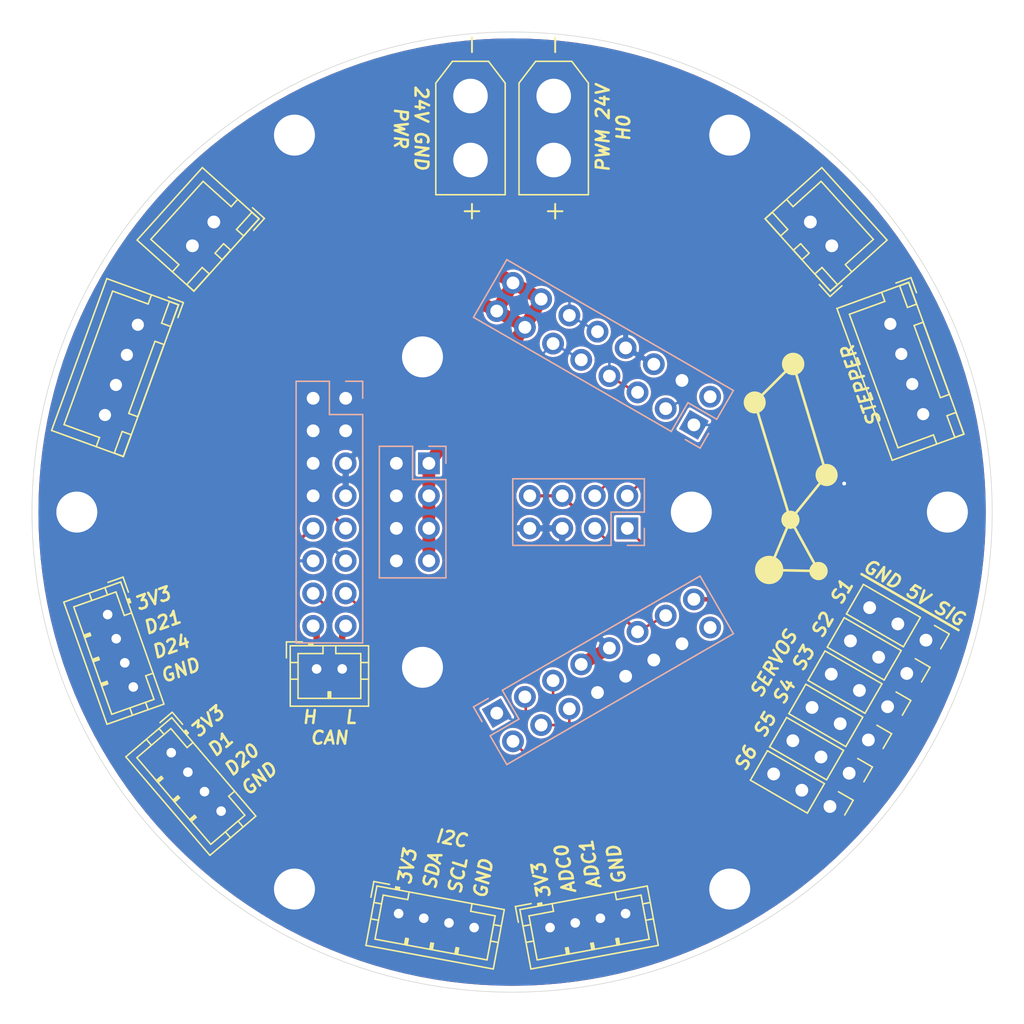
<source format=kicad_pcb>
(kicad_pcb (version 20240108) (generator "pcbnew") (generator_version "8.0")
  (layers (0 "F.Cu" signal) (31 "B.Cu" signal) (34 "B.Paste" user) (35 "F.Paste" user) (36 "B.SilkS" user "B.Silkscreen") (37 "F.SilkS" user "F.Silkscreen") (38 "B.Mask" user) (39 "F.Mask" user) (44 "Edge.Cuts" user))
  (net 0 "")
  (net 1 "GND")
  (net 2 "+5V")
  (net 3 "SCL")
  (net 4 "D24")
  (net 5 "D21")
  (net 6 "SDA")
  (net 7 "CAN_H")
  (net 8 "D1")
  (net 9 "D20")
  (net 10 "CAN_L")
  (net 11 "+24V")
  (net 12 "24V_PWM1")
  (net 13 "24V_PWM2")
  (net 14 "24V_PWM3")
  (net 15 "SERVO2")
  (net 16 "SERVO1")
  (net 17 "24V_PWM0")
  (net 18 "SERVO4")
  (net 19 "THERM1")
  (net 20 "+3.3V")
  (net 21 "SERVO6")
  (net 22 "THERM0")
  (net 23 "ADC0")
  (net 24 "SERVO5")
  (net 25 "SERVO3")
  (net 26 "ADC1")
  (net 27 "OA2")
  (net 28 "OA1")
  (net 29 "OB1")
  (net 30 "OB2")
  (footprint "MountingHole:MountingHole_3.2mm_M3_DIN965_Pad" (layer "F.Cu") (at 68 87.124356 -120)
    (property "Reference" "H4" (hide yes))
    (property "Value" "MountingHole")
    (pad "1" thru_hole circle (at 0 0 240) (size 5.6 5.6) (drill 3.2) (layers "*.Cu" "*.Mask") (net 1 "GND"))
  )
  (footprint "MountingHole:MountingHole_3.2mm_M3_DIN965_Pad" (layer "F.Cu") (at 68 62.875644 120)
    (property "Reference" "H3" (hide yes))
    (property "Value" "MountingHole")
    (pad "1" thru_hole circle (at 0 0 120) (size 5.6 5.6) (drill 3.2) (layers "*.Cu" "*.Mask") (net 1 "GND"))
  )
  (footprint "Connector_JST:JST_PH_B2B-PH-K_1x02_P2.00mm_Vertical" (layer "F.Cu") (at 59.73 87.25)
    (property "Reference" "J13" (hide yes))
    (property "Value" "Conn_01x02")
    (pad "1" thru_hole roundrect (at 0 0) (size 1.2 1.75) (drill 0.75) (layers "*.Cu" "*.Mask") (roundrect_rratio 0.208333) (net 7 "CAN_H"))
    (pad "2" thru_hole oval (at 2 0) (size 1.2 1.75) (drill 0.75) (layers "*.Cu" "*.Mask") (net 10 "CAN_L"))
  )
  (footprint "MountingHole:MountingHole_3.2mm_M3_DIN965_Pad" (layer "F.Cu") (at 92 45.555136 -120)
    (property "Reference" "H8" (hide yes))
    (property "Value" "MountingHole")
    (pad "1" thru_hole circle (at 0 0 240) (size 5.6 5.6) (drill 3.2) (layers "*.Cu" "*.Mask") (net 1 "GND"))
  )
  (footprint "Connector_JST:JST_PH_B4B-PH-K_1x04_P2.00mm_Vertical" (layer "F.Cu") (at 48.376436 93.793398 -49.499)
    (property "Reference" "J19" (hide yes))
    (property "Value" "Conn_01x04")
    (pad "1" thru_hole roundrect (at 0 0 310.501) (size 1.2 1.75) (drill 0.75) (layers "*.Cu" "*.Mask") (roundrect_rratio 0.208333) (net 20 "+3.3V"))
    (pad "2" thru_hole oval (at 2 0 310.501) (size 1.2 1.75) (drill 0.75) (layers "*.Cu" "*.Mask") (net 8 "D1"))
    (pad "3" thru_hole oval (at 3.999999 0.000001 310.501) (size 1.2 1.75) (drill 0.75) (layers "*.Cu" "*.Mask") (net 9 "D20"))
    (pad "4" thru_hole oval (at 5.999999 0 310.501) (size 1.2 1.75) (drill 0.75) (layers "*.Cu" "*.Mask") (net 1 "GND"))
  )
  (footprint "Connector_JST:JST_XH_B2B-XH-A_1x02_P2.50mm_Vertical" (layer "F.Cu") (at 51.702786 52.341053 -132)
    (property "Reference" "J18" (hide yes))
    (property "Value" "Conn_01x02")
    (pad "1" thru_hole roundrect (at 0 0 228) (size 1.7 2) (drill 1) (layers "*.Cu" "*.Mask") (roundrect_rratio 0.147059) (net 19 "THERM1"))
    (pad "2" thru_hole oval (at 2.5 0 228) (size 1.7 2) (drill 1) (layers "*.Cu" "*.Mask") (net 1 "GND"))
  )
  (footprint "Connector_AMASS:AMASS_XT30U-F_1x02_P5.0mm_Vertical" (layer "F.Cu") (at 71.75 42.500001 -90)
    (property "Reference" "J15" (hide yes))
    (property "Value" "Conn_01x02")
    (fp_text user "+" (at 9 0 90) (layer "F.SilkS") (effects (font (size 1.5 1.5))))
    (fp_text user "-" (at -4 0.000001 90) (layer "F.SilkS") (effects (font (size 1.5 1.5))))
    (pad "1" thru_hole rect (at 0 0 270) (size 3.8 3.8) (drill 2.7) (layers "*.Cu" "*.Mask") (net 11 "+24V"))
    (pad "2" thru_hole circle (at 5 0 270) (size 4 4) (drill 2.7) (layers "*.Cu" "*.Mask") (net 1 "GND"))
  )
  (footprint "Connector_JST:JST_XH_B4B-XH-A_1x04_P2.50mm_Vertical" (layer "F.Cu") (at 104.54495 60.300769 -70)
    (property "Reference" "J6" (hide yes))
    (property "Value" "Conn_01x04")
    (pad "1" thru_hole roundrect (at 0 0 290) (size 1.7 1.95) (drill 0.95) (layers "*.Cu" "*.Mask") (roundrect_rratio 0.147059) (net 28 "OA1"))
    (pad "2" thru_hole oval (at 2.499999 0 290) (size 1.7 1.95) (drill 0.95) (layers "*.Cu" "*.Mask") (net 27 "OA2"))
    (pad "3" thru_hole oval (at 5 0 290) (size 1.7 1.95) (drill 0.95) (layers "*.Cu" "*.Mask") (net 29 "OB1"))
    (pad "4" thru_hole oval (at 7.499999 0 290) (size 1.7 1.95) (drill 0.95) (layers "*.Cu" "*.Mask") (net 30 "OB2"))
  )
  (footprint "Connector_PinHeader_2.54mm:PinHeader_1x03_P2.54mm_Vertical" (layer "F.Cu") (at 101.328839 95.397113 -120)
    (property "Reference" "J11" (hide yes))
    (property "Value" "Conn_01x03")
    (pad "1" thru_hole rect (at 0 0 240) (size 1.7 1.7) (drill 1) (layers "*.Cu" "*.Mask") (net 24 "SERVO5"))
    (pad "2" thru_hole oval (at 0 2.54 240) (size 1.7 1.7) (drill 1) (layers "*.Cu" "*.Mask") (net 2 "+5V"))
    (pad "3" thru_hole oval (at 0 5.08 240) (size 1.7 1.7) (drill 1) (layers "*.Cu" "*.Mask") (net 1 "GND"))
  )
  (footprint "MountingHole:MountingHole_3.2mm_M3_DIN965_Pad" (layer "F.Cu") (at 58 45.555136 -60)
    (property "Reference" "H9" (hide yes))
    (property "Value" "MountingHole")
    (pad "1" thru_hole circle (at 0 0 300) (size 5.6 5.6) (drill 3.2) (layers "*.Cu" "*.Mask") (net 1 "GND"))
  )
  (footprint "Connector_JST:JST_PH_B4B-PH-K_1x04_P2.00mm_Vertical" (layer "F.Cu") (at 66.136693 106.359915 -10.5)
    (property "Reference" "J14" (hide yes))
    (property "Value" "Conn_01x04")
    (pad "1" thru_hole roundrect (at 0 0 349.5) (size 1.2 1.75) (drill 0.75) (layers "*.Cu" "*.Mask") (roundrect_rratio 0.208333) (net 20 "+3.3V"))
    (pad "2" thru_hole oval (at 2 0 349.5) (size 1.2 1.75) (drill 0.75) (layers "*.Cu" "*.Mask") (net 6 "SDA"))
    (pad "3" thru_hole oval (at 3.999999 0 349.5) (size 1.2 1.75) (drill 0.75) (layers "*.Cu" "*.Mask") (net 3 "SCL"))
    (pad "4" thru_hole oval (at 6 0 349.5) (size 1.2 1.75) (drill 0.75) (layers "*.Cu" "*.Mask") (net 1 "GND"))
  )
  (footprint "MountingHole:MountingHole_3.2mm_M3_DIN965_Pad" (layer "F.Cu") (at 41 75)
    (property "Reference" "H2" (hide yes))
    (property "Value" "MountingHole")
    (pad "1" thru_hole circle (at 0 0) (size 5.6 5.6) (drill 3.2) (layers "*.Cu" "*.Mask") (net 1 "GND"))
  )
  (footprint "Connector_JST:JST_XH_B2B-XH-A_1x02_P2.50mm_Vertical" (layer "F.Cu") (at 99.970042 54.198915 132)
    (property "Reference" "J17" (hide yes))
    (property "Value" "Conn_01x02")
    (pad "1" thru_hole roundrect (at 0 0 132) (size 1.7 2) (drill 1) (layers "*.Cu" "*.Mask") (roundrect_rratio 0.147059) (net 22 "THERM0"))
    (pad "2" thru_hole oval (at 2.5 0 132) (size 1.7 2) (drill 1) (layers "*.Cu" "*.Mask") (net 1 "GND"))
  )
  (footprint "MountingHole:MountingHole_3.2mm_M3_DIN965_Pad" (layer "F.Cu") (at 92 104.444864 120)
    (property "Reference" "H6" (hide yes))
    (property "Value" "MountingHole")
    (pad "1" thru_hole circle (at 0 0 120) (size 5.6 5.6) (drill 3.2) (layers "*.Cu" "*.Mask") (net 1 "GND"))
  )
  (footprint "Connector_PinHeader_2.54mm:PinHeader_1x03_P2.54mm_Vertical" (layer "F.Cu") (at 104.328838 90.200961 -120)
    (property "Reference" "J9" (hide yes))
    (property "Value" "Conn_01x03")
    (pad "1" thru_hole rect (at 0 0 240) (size 1.7 1.7) (drill 1) (layers "*.Cu" "*.Mask") (net 25 "SERVO3"))
    (pad "2" thru_hole oval (at 0 2.54 240) (size 1.7 1.7) (drill 1) (layers "*.Cu" "*.Mask") (net 2 "+5V"))
    (pad "3" thru_hole oval (at 0 5.08 240) (size 1.7 1.7) (drill 1) (layers "*.Cu" "*.Mask") (net 1 "GND"))
  )
  (footprint "Connector_JST:JST_XH_B4B-XH-A_1x04_P2.50mm_Vertical" (layer "F.Cu") (at 45.766059 60.369049 -110)
    (property "Reference" "J22" (hide yes))
    (property "Value" "Conn_01x04")
    (pad "1" thru_hole roundrect (at 0 0 250) (size 1.7 1.95) (drill 0.95) (layers "*.Cu" "*.Mask") (roundrect_rratio 0.147059) (net 11 "+24V"))
    (pad "2" thru_hole oval (at 2.5 0.000001 250) (size 1.7 1.95) (drill 0.95) (layers "*.Cu" "*.Mask") (net 12 "24V_PWM1"))
    (pad "3" thru_hole oval (at 5 -0.000001 250) (size 1.7 1.95) (drill 0.95) (layers "*.Cu" "*.Mask") (net 13 "24V_PWM2"))
    (pad "4" thru_hole oval (at 7.499999 0 250) (size 1.7 1.95) (drill 0.95) (layers "*.Cu" "*.Mask") (net 14 "24V_PWM3"))
  )
  (footprint "MountingHole:MountingHole_3.2mm_M3_DIN965_Pad" (layer "F.Cu") (at 109 75 180)
    (property "Reference" "H7" (hide yes))
    (property "Value" "MountingHole")
    (pad "1" thru_hole circle (at 0 0 180) (size 5.6 5.6) (drill 3.2) (layers "*.Cu" "*.Mask") (net 1 "GND"))
  )
  (footprint "Connector_PinHeader_2.54mm:PinHeader_1x03_P2.54mm_Vertical" (layer "F.Cu") (at 102.828838 92.799037 -120)
    (property "Reference" "J10" (hide yes))
    (property "Value" "Conn_01x03")
    (pad "1" thru_hole rect (at 0 0 240) (size 1.7 1.7) (drill 1) (layers "*.Cu" "*.Mask") (net 18 "SERVO4"))
    (pad "2" thru_hole oval (at 0 2.54 240) (size 1.7 1.7) (drill 1) (layers "*.Cu" "*.Mask") (net 2 "+5V"))
    (pad "3" thru_hole oval (at 0 5.08 240) (size 1.7 1.7) (drill 1) (layers "*.Cu" "*.Mask") (net 1 "GND"))
  )
  (footprint "Connector_JST:JST_PH_B4B-PH-K_1x04_P2.00mm_Vertical" (layer "F.Cu") (at 77.963778 107.453329 10.5)
    (property "Reference" "J16" (hide yes))
    (property "Value" "Conn_01x04")
    (pad "1" thru_hole roundrect (at 0 0 10.5) (size 1.2 1.75) (drill 0.75) (layers "*.Cu" "*.Mask") (roundrect_rratio 0.208333) (net 20 "+3.3V"))
    (pad "2" thru_hole oval (at 1.999999 0 10.5) (size 1.2 1.75) (drill 0.75) (layers "*.Cu" "*.Mask") (net 23 "ADC0"))
    (pad "3" thru_hole oval (at 4 0 10.5) (size 1.2 1.75) (drill 0.75) (layers "*.Cu" "*.Mask") (net 26 "ADC1"))
    (pad "4" thru_hole oval (at 6 0 10.5) (size 1.2 1.75) (drill 0.75) (layers "*.Cu" "*.Mask") (net 1 "GND"))
  )
  (footprint "MountingHole:MountingHole_3.2mm_M3_DIN965_Pad" (layer "F.Cu") (at 58 104.444864 60)
    (property "Reference" "H5" (hide yes))
    (property "Value" "MountingHole")
    (pad "1" thru_hole circle (at 0 0 60) (size 5.6 5.6) (drill 3.2) (layers "*.Cu" "*.Mask") (net 1 "GND"))
  )
  (footprint "MountingHole:MountingHole_3.2mm_M3_DIN965_Pad" (layer "F.Cu") (at 89 75)
    (property "Reference" "H1" (hide yes))
    (property "Value" "MountingHole")
    (pad "1" thru_hole circle (at 0 0) (size 5.6 5.6) (drill 3.2) (layers "*.Cu" "*.Mask") (net 1 "GND"))
  )
  (footprint "Connector_PinHeader_2.54mm:PinHeader_1x03_P2.54mm_Vertical" (layer "F.Cu") (at 107.328838 85.004809 -120)
    (property "Reference" "J7" (hide yes))
    (property "Value" "Conn_01x03")
    (pad "1" thru_hole rect (at 0 0 240) (size 1.7 1.7) (drill 1) (layers "*.Cu" "*.Mask") (net 16 "SERVO1"))
    (pad "2" thru_hole oval (at 0 2.54 240) (size 1.7 1.7) (drill 1) (layers "*.Cu" "*.Mask") (net 2 "+5V"))
    (pad "3" thru_hole oval (at 0 5.08 240) (size 1.7 1.7) (drill 1) (layers "*.Cu" "*.Mask") (net 1 "GND"))
  )
  (footprint "Connector_JST:JST_PH_B4B-PH-K_1x04_P2.00mm_Vertical" (layer "F.Cu") (at 43.409864 83.004108 -70.5)
    (property "Reference" "J20" (hide yes))
    (property "Value" "Conn_01x04")
    (pad "1" thru_hole roundrect (at 0 0 289.5) (size 1.2 1.75) (drill 0.75) (layers "*.Cu" "*.Mask") (roundrect_rratio 0.208333) (net 20 "+3.3V"))
    (pad "2" thru_hole oval (at 2.000001 0.000001 289.5) (size 1.2 1.75) (drill 0.75) (layers "*.Cu" "*.Mask") (net 5 "D21"))
    (pad "3" thru_hole oval (at 3.999999 -0.000001 289.5) (size 1.2 1.75) (drill 0.75) (layers "*.Cu" "*.Mask") (net 4 "D24"))
    (pad "4" thru_hole oval (at 6 0 289.5) (size 1.2 1.75) (drill 0.75) (layers "*.Cu" "*.Mask") (net 1 "GND"))
  )
  (footprint "Connector_PinHeader_2.54mm:PinHeader_1x03_P2.54mm_Vertical" (layer "F.Cu") (at 105.828838 87.602885 -120)
    (property "Reference" "J8" (hide yes))
    (property "Value" "Conn_01x03")
    (pad "1" thru_hole rect (at 0 0 240) (size 1.7 1.7) (drill 1) (layers "*.Cu" "*.Mask") (net 15 "SERVO2"))
    (pad "2" thru_hole oval (at 0 2.54 240) (size 1.7 1.7) (drill 1) (layers "*.Cu" "*.Mask") (net 2 "+5V"))
    (pad "3" thru_hole oval (at 0 5.08 240) (size 1.7 1.7) (drill 1) (layers "*.Cu" "*.Mask") (net 1 "GND"))
  )
  (footprint "Connector_PinHeader_2.54mm:PinHeader_1x03_P2.54mm_Vertical" (layer "F.Cu") (at 99.828838 97.99519 -120)
    (property "Reference" "J12" (hide yes))
    (property "Value" "Conn_01x03")
    (pad "1" thru_hole rect (at 0 0 240) (size 1.7 1.7) (drill 1) (layers "*.Cu" "*.Mask") (net 21 "SERVO6"))
    (pad "2" thru_hole oval (at 0 2.54 240) (size 1.7 1.7) (drill 1) (layers "*.Cu" "*.Mask") (net 2 "+5V"))
    (pad "3" thru_hole oval (at 0 5.08 240) (size 1.7 1.7) (drill 1) (layers "*.Cu" "*.Mask") (net 1 "GND"))
  )
  (footprint "Connector_AMASS:AMASS_XT30U-F_1x02_P5.0mm_Vertical" (layer "F.Cu") (at 78.250001 42.500001 -90)
    (property "Reference" "J21" (hide yes))
    (property "Value" "Conn_01x02")
    (fp_text user "+" (at 9 0 90) (layer "F.SilkS") (effects (font (size 1.5 1.5))))
    (fp_text user "-" (at -4 -0.000001 90) (layer "F.SilkS") (effects (font (size 1.5 1.5))))
    (pad "1" thru_hole rect (at 0 0 270) (size 3.8 3.8) (drill 2.7) (layers "*.Cu" "*.Mask") (net 11 "+24V"))
    (pad "2" thru_hole circle (at 5 0 270) (size 4 4) (drill 2.7) (layers "*.Cu" "*.Mask") (net 17 "24V_PWM0"))
  )
  (footprint "Connector_PinHeader_2.54mm:PinHeader_2x08_P2.54mm_Vertical" (layer "B.Cu") (at 62 66.11 180)
    (property "Reference" "J1" (hide yes))
    (property "Value" "Conn_02x08_Odd_Even")
    (pad "1" thru_hole rect (at 0 0 180) (size 1.7 1.7) (drill 1) (layers "*.Cu" "*.Mask") (net 1 "GND"))
    (pad "2" thru_hole oval (at 2.54 0 180) (size 1.7 1.7) (drill 1) (layers "*.Cu" "*.Mask") (net 1 "GND"))
    (pad "3" thru_hole oval (at 0 -2.54 180) (size 1.7 1.7) (drill 1) (layers "*.Cu" "*.Mask") (net 1 "GND"))
    (pad "4" thru_hole oval (at 2.54 -2.54 180) (size 1.7 1.7) (drill 1) (layers "*.Cu" "*.Mask") (net 1 "GND"))
    (pad "5" thru_hole oval (at 0 -5.08 180) (size 1.7 1.7) (drill 1) (layers "*.Cu" "*.Mask") (net 2 "+5V"))
    (pad "6" thru_hole oval (at 2.54 -5.08 180) (size 1.7 1.7) (drill 1) (layers "*.Cu" "*.Mask") (net 1 "GND"))
    (pad "7" thru_hole oval (at 0 -7.62 180) (size 1.7 1.7) (drill 1) (layers "*.Cu" "*.Mask") (net 2 "+5V"))
    (pad "8" thru_hole oval (at 2.54 -7.62 180) (size 1.7 1.7) (drill 1) (layers "*.Cu" "*.Mask") (net 1 "GND"))
    (pad "9" thru_hole oval (at 0 -10.16 180) (size 1.7 1.7) (drill 1) (layers "*.Cu" "*.Mask") (net 8 "D1"))
    (pad "10" thru_hole oval (at 2.54 -10.16 180) (size 1.7 1.7) (drill 1) (layers "*.Cu" "*.Mask") (net 9 "D20"))
    (pad "11" thru_hole oval (at 0 -12.7 180) (size 1.7 1.7) (drill 1) (layers "*.Cu" "*.Mask") (net 5 "D21"))
    (pad "12" thru_hole oval (at 2.54 -12.7 180) (size 1.7 1.7) (drill 1) (layers "*.Cu" "*.Mask") (net 4 "D24"))
    (pad "13" thru_hole oval (at 0 -15.24 180) (size 1.7 1.7) (drill 1) (layers "*.Cu" "*.Mask") (net 3 "SCL"))
    (pad "14" thru_hole oval (at 2.54 -15.24 180) (size 1.7 1.7) (drill 1) (layers "*.Cu" "*.Mask") (net 6 "SDA"))
    (pad "15" thru_hole oval (at 0 -17.78 180) (size 1.7 1.7) (drill 1) (layers "*.Cu" "*.Mask") (net 10 "CAN_L"))
    (pad "16" thru_hole oval (at 2.54 -17.78 180) (size 1.7 1.7) (drill 1) (layers "*.Cu" "*.Mask") (net 7 "CAN_H"))
  )
  (footprint "Connector_PinHeader_2.54mm:PinHeader_2x04_P2.54mm_Vertical" (layer "B.Cu") (at 84 76.27 90)
    (property "Reference" "J5" (hide yes))
    (property "Value" "Conn_02x04_Odd_Even")
    (pad "1" thru_hole rect (at 0 0 90) (size 1.7 1.7) (drill 1) (layers "*.Cu" "*.Mask") (net 29 "OB1"))
    (pad "2" thru_hole oval (at 2.54 0 90) (size 1.7 1.7) (drill 1) (layers "*.Cu" "*.Mask") (net 27 "OA2"))
    (pad "3" thru_hole oval (at 0 -2.54 90) (size 1.7 1.7) (drill 1) (layers "*.Cu" "*.Mask") (net 30 "OB2"))
    (pad "4" thru_hole oval (at 2.54 -2.54 90) (size 1.7 1.7) (drill 1) (layers "*.Cu" "*.Mask") (net 28 "OA1"))
    (pad "5" thru_hole oval (at 0 -5.08 90) (size 1.7 1.7) (drill 1) (layers "*.Cu" "*.Mask") (net 2 "+5V"))
    (pad "6" thru_hole oval (at 2.54 -5.08 90) (size 1.7 1.7) (drill 1) (layers "*.Cu" "*.Mask") (net 20 "+3.3V"))
    (pad "7" thru_hole oval (at 0 -7.62 90) (size 1.7 1.7) (drill 1) (layers "*.Cu" "*.Mask") (net 2 "+5V"))
    (pad "8" thru_hole oval (at 2.54 -7.62 90) (size 1.7 1.7) (drill 1) (layers "*.Cu" "*.Mask") (net 20 "+3.3V"))
  )
  (footprint "Connector_PinHeader_2.54mm:PinHeader_2x08_P2.54mm_Vertical" (layer "B.Cu") (at 89.198966 68.18667 60)
    (property "Reference" "J2" (hide yes))
    (property "Value" "Conn_02x08_Odd_Even")
    (pad "1" thru_hole rect (at 0 0 60) (size 1.7 1.7) (drill 1) (layers "*.Cu" "*.Mask") (net 16 "SERVO1"))
    (pad "2" thru_hole oval (at 2.54 0 60) (size 1.7 1.7) (drill 1) (layers "*.Cu" "*.Mask") (net 2 "+5V"))
    (pad "3" thru_hole oval (at 0 -2.54 60) (size 1.7 1.7) (drill 1) (layers "*.Cu" "*.Mask") (net 15 "SERVO2"))
    (pad "4" thru_hole oval (at 2.54 -2.540001 60) (size 1.7 1.7) (drill 1) (layers "*.Cu" "*.Mask") (net 1 "GND"))
    (pad "5" thru_hole oval (at 0 -5.08 60) (size 1.7 1.7) (drill 1) (layers "*.Cu" "*.Mask") (net 13 "24V_PWM2"))
    (pad "6" thru_hole oval (at 2.54 -5.08 60) (size 1.7 1.7) (drill 1) (layers "*.Cu" "*.Mask") (net 17 "24V_PWM0"))
    (pad "7" thru_hole oval (at 0 -7.62 60) (size 1.7 1.7) (drill 1) (layers "*.Cu" "*.Mask") (net 13 "24V_PWM2"))
    (pad "8" thru_hole oval (at 2.54 -7.620001 60) (size 1.7 1.7) (drill 1) (layers "*.Cu" "*.Mask") (net 17 "24V_PWM0"))
    (pad "9" thru_hole oval (at 0 -10.16 60) (size 1.7 1.7) (drill 1) (layers "*.Cu" "*.Mask") (net 14 "24V_PWM3"))
    (pad "10" thru_hole oval (at 2.54 -10.16 60) (size 1.7 1.7) (drill 1) (layers "*.Cu" "*.Mask") (net 12 "24V_PWM1"))
    (pad "11" thru_hole oval (at 0 -12.7 60) (size 1.7 1.7) (drill 1) (layers "*.Cu" "*.Mask") (net 14 "24V_PWM3"))
    (pad "12" thru_hole oval (at 2.54 -12.700001 60) (size 1.7 1.7) (drill 1) (layers "*.Cu" "*.Mask") (net 12 "24V_PWM1"))
    (pad "13" thru_hole oval (at 0 -15.24 60) (size 1.7 1.7) (drill 1) (layers "*.Cu" "*.Mask") (net 11 "+24V"))
    (pad "14" thru_hole oval (at 2.54 -15.24 60) (size 1.7 1.7) (drill 1) (layers "*.Cu" "*.Mask") (net 11 "+24V"))
    (pad "15" thru_hole oval (at 0 -17.78 60) (size 1.7 1.7) (drill 1) (layers "*.Cu" "*.Mask") (net 11 "+24V"))
    (pad "16" thru_hole oval (at 2.54 -17.780001 60) (size 1.7 1.7) (drill 1) (layers "*.Cu" "*.Mask") (net 11 "+24V"))
  )
  (footprint "Connector_PinHeader_2.54mm:PinHeader_2x08_P2.54mm_Vertical" (layer "B.Cu") (at 73.801034 90.70333 -60)
    (property "Reference" "J3" (hide yes))
    (property "Value" "Conn_02x08_Odd_Even")
    (pad "1" thru_hole rect (at 0 0 300) (size 1.7 1.7) (drill 1) (layers "*.Cu" "*.Mask") (net 26 "ADC1"))
    (pad "2" thru_hole oval (at 2.54 0 300) (size 1.7 1.7) (drill 1) (layers "*.Cu" "*.Mask") (net 23 "ADC0"))
    (pad "3" thru_hole oval (at 0 -2.54 300) (size 1.7 1.7) (drill 1) (layers "*.Cu" "*.Mask") (net 25 "SERVO3"))
    (pad "4" thru_hole oval (at 2.540001 -2.54 300) (size 1.7 1.7) (drill 1) (layers "*.Cu" "*.Mask") (net 18 "SERVO4"))
    (pad "5" thru_hole oval (at 0 -5.08 300) (size 1.7 1.7) (drill 1) (layers "*.Cu" "*.Mask") (net 24 "SERVO5"))
    (pad "6" thru_hole oval (at 2.54 -5.08 300) (size 1.7 1.7) (drill 1) (layers "*.Cu" "*.Mask") (net 21 "SERVO6"))
    (pad "7" thru_hole oval (at 0 -7.62 300) (size 1.7 1.7) (drill 1) (layers "*.Cu" "*.Mask") (net 2 "+5V"))
    (pad "8" thru_hole oval (at 2.540001 -7.62 300) (size 1.7 1.7) (drill 1) (layers "*.Cu" "*.Mask") (net 1 "GND"))
    (pad "9" thru_hole oval (at 0 -10.16 300) (size 1.7 1.7) (drill 1) (layers "*.Cu" "*.Mask") (net 2 "+5V"))
    (pad "10" thru_hole oval (at 2.54 -10.16 300) (size 1.7 1.7) (drill 1) (layers "*.Cu" "*.Mask") (net 1 "GND"))
    (pad "11" thru_hole oval (at 0 -12.7 300) (size 1.7 1.7) (drill 1) (layers "*.Cu" "*.Mask") (net 20 "+3.3V"))
    (pad "12" thru_hole oval (at 2.540001 -12.7 300) (size 1.7 1.7) (drill 1) (layers "*.Cu" "*.Mask") (net 1 "GND"))
    (pad "13" thru_hole oval (at 0 -15.24 300) (size 1.7 1.7) (drill 1) (layers "*.Cu" "*.Mask") (net 20 "+3.3V"))
    (pad "14" thru_hole oval (at 2.54 -15.24 300) (size 1.7 1.7) (drill 1) (layers "*.Cu" "*.Mask") (net 1 "GND"))
    (pad "15" thru_hole oval (at 0 -17.78 300) (size 1.7 1.7) (drill 1) (layers "*.Cu" "*.Mask") (net 22 "THERM0"))
    (pad "16" thru_hole oval (at 2.540001 -17.78 300) (size 1.7 1.7) (drill 1) (layers "*.Cu" "*.Mask") (net 19 "THERM1"))
  )
  (footprint "Connector_PinHeader_2.54mm:PinHeader_2x04_P2.54mm_Vertical" (layer "B.Cu") (at 68.5 71.19 180)
    (property "Reference" "J4" (hide yes))
    (property "Value" "Conn_02x04_Odd_Even")
    (pad "1" thru_hole rect (at 0 0 180) (size 1.7 1.7) (drill 1) (layers "*.Cu" "*.Mask") (net 11 "+24V"))
    (pad "2" thru_hole oval (at 2.54 0 180) (size 1.7 1.7) (drill 1) (layers "*.Cu" "*.Mask") (net 1 "GND"))
    (pad "3" thru_hole oval (at 0 -2.54 180) (size 1.7 1.7) (drill 1) (layers "*.Cu" "*.Mask") (net 11 "+24V"))
    (pad "4" thru_hole oval (at 2.54 -2.54 180) (size 1.7 1.7) (drill 1) (layers "*.Cu" "*.Mask") (net 1 "GND"))
    (pad "5" thru_hole oval (at 0 -5.08 180) (size 1.7 1.7) (drill 1) (layers "*.Cu" "*.Mask") (net 11 "+24V"))
    (pad "6" thru_hole oval (at 2.54 -5.08 180) (size 1.7 1.7) (drill 1) (layers "*.Cu" "*.Mask") (net 1 "GND"))
    (pad "7" thru_hole oval (at 0 -7.62 180) (size 1.7 1.7) (drill 1) (layers "*.Cu" "*.Mask") (net 11 "+24V"))
    (pad "8" thru_hole oval (at 2.54 -7.62 180) (size 1.7 1.7) (drill 1) (layers "*.Cu" "*.Mask") (net 1 "GND"))
  )
  (gr_line (start 75.1 57.1) (end 77.3 58.4) (stroke (width 1)) (layer "F.Cu") (net 11))
  (gr_line (start 84.8 84.34) (end 86.97 83.09) (stroke (width 0.2)) (layer "F.Cu") (net 20))
  (gr_line (start 102.04 97.41) (end 101.328839 95.397113) (stroke (width 0.2)) (layer "F.Cu") (net 24))
  (gr_line (start 105.47 93.73) (end 104.328838 90.200961) (stroke (width 0.2)) (layer "F.Cu") (net 25))
  (gr_line (start 97.642124 96.73269) (end 99.142125 94.134613) (stroke (width 0.75)) (layer "F.Cu") (net 2))
  (gr_line (start 103.642124 86.340385) (end 105.142124 83.742309) (stroke (width 0.75)) (layer "F.Cu") (net 2))
  (gr_line (start 77.3 58.4) (end 76 60.5) (stroke (width 1)) (layer "F.Cu") (net 11))
  (gr_line (start 82.59 64.39) (end 84.82 65.7) (stroke (width 0.2)) (layer "F.Cu") (net 13))
  (gr_line (start 78.250001 42.500001) (end 71.75 42.500001) (stroke (width 1)) (layer "F.Cu") (net 11))
  (gr_line (start 100.642124 91.536537) (end 102.142124 88.938461) (stroke (width 0.75)) (layer "F.Cu") (net 2))
  (gr_line (start 103 96.82) (end 101.2 99.84) (stroke (width 0.2)) (layer "F.Cu") (net 18))
  (gr_line (start 79.94 107.04) (end 79.46 104.64) (stroke (width 0.2)) (layer "F.Cu") (net 23))
  (gr_line (start 100.83 99.44) (end 102.04 97.41) (stroke (width 0.2)) (layer "F.Cu") (net 24))
  (gr_line (start 73.79999 59.300018) (end 70.34 57.55) (stroke (width 1)) (layer "F.Cu") (net 11))
  (gr_line (start 102.142124 88.938461) (end 103.642124 86.340385) (stroke (width 0.75)) (layer "F.Cu") (net 2))
  (gr_line (start 80.4 86.89) (end 82.55 85.62) (stroke (width 1)) (layer "F.Cu") (net 2))
  (gr_line (start 99.142125 94.134613) (end 100.642124 91.536537) (stroke (width 0.75)) (layer "F.Cu") (net 2))
  (gr_line (start 75.1 57.1) (end 73.8 59.3) (stroke (width 1)) (layer "F.Cu") (net 11))
  (gr_line (start 101.46 100.25) (end 105.47 93.73) (stroke (width 0.2)) (layer "F.Cu") (net 25))
  (gr_line (start 67.56 52.63) (end 75.1 57.1) (stroke (width 1)) (layer "F.Cu") (net 11))
  (gr_line (start 76 60.5) (end 68.5 71.25) (stroke (width 1)) (layer "F.Cu") (net 11))
  (gr_line (start 103 96.82) (end 102.828838 92.799037) (stroke (width 0.2)) (layer "F.Cu") (net 18))
  (gr_line (start 76 60.5) (end 73.79999 59.300018) (stroke (width 1)) (layer "F.Cu") (net 11))
  (gr_line (start 80.48 103.54) (end 81.48 104.3) (stroke (width 0.2)) (layer "B.Cu") (net 26))
  (gr_line (start 80.41 63.09) (end 78.18 61.83) (stroke (width 0.2)) (layer "B.Cu") (net 14))
  (gr_line (start 88.38 66.24) (end 87.06 66.88) (stroke (width 0.2)) (layer "B.Cu") (net 15))
  (gr_line (start 75.525 63.205) (end 66.095 57.855) (stroke (width 0.2)) (layer "B.Cu") (net 14))
  (gr_line (start 81.67 60.91) (end 79.47 59.63) (stroke (width 0.2)) (layer "B.Cu") (net 12))
  (gr_line (start 82.6 62.86) (end 69.02 55.31) (stroke (width 0.2)) (layer "B.Cu") (net 13))
  (gr_line (start 89.89 67.11) (end 88.38 66.24) (stroke (width 0.2)) (layer "B.Cu") (net 15))
  (gr_line (start 109.89 84.18) (end 109.65 82.78) (stroke (width 0.2)) (layer "B.Cu") (net 15))
  (gr_line (start 81.48 104.3) (end 81.88 106.7) (stroke (width 0.2)) (layer "B.Cu") (net 26))
  (gr_line (start 107.99 87.6) (end 109.89 84.18) (stroke (width 0.2)) (layer "B.Cu") (net 15))
  (gr_line (start 75.76 91.53) (end 73.801034 90.70333) (stroke (width 0.2)) (layer "B.Cu") (net 26))
  (gr_line (start 47.81 66.35) (end 69.02 55.31) (stroke (width 0.2)) (layer "B.Cu") (net 13))
  (gr_line (start 48.58 63.93) (end 70.81 51.79) (stroke (width 0.2)) (layer "B.Cu") (net 12))
  (gr_line (start 43.21 67.42) (end 47.040409 68.814155) (stroke (width 0.2)) (layer "B.Cu") (net 14))
  (gr_line (start 75.19 51.81) (end 79.523089 56.173089) (stroke (width 0.2)) (layer "B.Cu") (net 12))
  (gr_line (start 78.8 103.64) (end 80.48 103.54) (stroke (width 0.2)) (layer "B.Cu") (net 26))
  (gr_line (start 44.93 62.7) (end 48.58 63.93) (stroke (width 0.2)) (layer "B.Cu") (net 12))
  (gr_line (start 83.87 62.17) (end 86.07 63.46) (stroke (width 0.4)) (layer "B.Cu") (net 17))
  (gr_line (start 50.165325 67.317289) (end 50.614675 66.08271) (stroke (width 0.2)) (layer "B.Cu") (net 14))
  (gr_line (start 66.094675 57.88271) (end 50.614675 66.08271) (stroke (width 0.2)) (layer "B.Cu") (net 14))
  (gr_line (start 109.65 82.78) (end 94.32 67.17) (stroke (width 0.2)) (layer "B.Cu") (net 15))
  (gr_line (start 94.32 67.17) (end 89.89 67.11) (stroke (width 0.2)) (layer "B.Cu") (net 15))
  (gr_line (start 79.51 56.16) (end 79.47 59.63) (stroke (width 0.2)) (layer "B.Cu") (net 12))
  (gr_line (start 44.07 65.06) (end 47.81 66.35) (stroke (width 0.2)) (layer "B.Cu") (net 13))
  (gr_line (start 47.021002 68.822309) (end 50.118998 67.37769) (stroke (width 0.2)) (layer "B.Cu") (net 14))
  (gr_line (start 76.45 92.66) (end 75.76 91.53) (stroke (width 0.2)) (layer "B.Cu") (net 26))
  (gr_line (start 95.0795 79.519583) (end 98.93583 79.604401) (stroke (width 0.2)) (layer "F.SilkS"))
  (gr_line (start 99.566742 72.102568) (end 96.74 75.6) (stroke (width 0.2)) (layer "F.SilkS"))
  (gr_circle (center 99.566742 72.102568) (end 98.817418 72.53519) (fill solid) (layer "F.SilkS"))
  (gr_circle (center 98.93583 79.604401) (end 98.316564 79.961934) (fill solid) (layer "F.SilkS"))
  (gr_line (start 98.93583 79.604401) (end 96.74 75.6) (stroke (width 0.2)) (layer "F.SilkS"))
  (gr_line (start 96.953104 63.42862) (end 99.566742 72.102568) (stroke (width 0.2)) (layer "F.SilkS"))
  (gr_circle (center 95.0795 79.519583) (end 94.120147 80.073466) (fill solid) (layer "F.SilkS"))
  (gr_line (start 96.74 75.6) (end 95.0795 79.519583) (stroke (width 0.2)) (layer "F.SilkS"))
  (gr_line (start 102.293527 79.843879) (end 109.866472 84.216121) (stroke (width 0.2)) (layer "F.SilkS"))
  (gr_line (start 96.953104 63.42862) (end 93.951124 66.434455) (stroke (width 0.2)) (layer "F.SilkS"))
  (gr_circle (center 96.74 75.6) (end 96.125155 75.954981) (fill solid) (layer "F.SilkS"))
  (gr_circle (center 93.951124 66.434455) (end 93.206381 66.864432) (fill solid) (layer "F.SilkS"))
  (gr_line (start 96.74 75.6) (end 93.951124 66.434455) (stroke (width 0.2)) (layer "F.SilkS"))
  (gr_circle (center 96.953104 63.42862) (end 96.194024 63.866875) (fill solid) (layer "F.SilkS"))
  (gr_circle (center 75 75) (end 112.5 75) (stroke (width 0.05)) (fill none) (layer "Edge.Cuts"))
  (gr_text "D24" (at 46.866033 86.023608 19.501) (layer "F.SilkS") (effects (font (size 1 1) (thickness 0.2) (bold yes) (italic yes)) (justify left)))
  (gr_text "GND 5V SIG" (at 106.13 81.81 330) (layer "F.SilkS") (effects (font (size 1 1) (thickness 0.2) (bold yes) (italic yes)) (justify bottom)))
  (gr_text "S2" (at 99.76666 84.102886 60) (layer "F.SilkS") (effects (font (size 1 1) (thickness 0.2) (bold yes) (italic yes)) (justify bottom)))
  (gr_text "ADC1" (at 81.486768 104.512063 100.501) (layer "F.SilkS") (effects (font (size 1 1) (thickness 0.2) (bold yes) (italic yes)) (justify left)))
  (gr_text "PWM 24V\nH0" (at 81.5 45 90) (layer "F.SilkS") (effects (font (size 1 1) (thickness 0.2) (bold yes) (italic yes)) (justify top)))
  (gr_text "24V GND\nPWR" (at 68.5 45 270) (layer "F.SilkS") (effects (font (size 1 1) (thickness 0.2) (bold yes) (italic yes)) (justify top)))
  (gr_text "GND" (at 47.533647 87.908891 19.501) (layer "F.SilkS") (effects (font (size 1 1) (thickness 0.2) (bold yes) (italic yes)) (justify left)))
  (gr_text "3V3" (at 50.087396 92.332112 40.501) (layer "F.SilkS") (effects (font (size 1 1) (thickness 0.2) (bold yes) (italic yes)) (justify left)))
  (gr_text "STEPPER" (at 102.8 64.88 110) (layer "F.SilkS") (effects (font (size 1 1) (thickness 0.2) (bold yes) (italic yes)) (justify bottom)))
  (gr_text "D20" (at 52.685187 95.373737 40.501) (layer "F.SilkS") (effects (font (size 1 1) (thickness 0.2) (bold yes) (italic yes)) (justify left)))
  (gr_text "D1" (at 51.386291 93.852923 40.501) (layer "F.SilkS") (effects (font (size 1 1) (thickness 0.2) (bold yes) (italic yes)) (justify left)))
  (gr_text "D21" (at 46.198421 84.138325 19.501) (layer "F.SilkS") (effects (font (size 1 1) (thickness 0.2) (bold yes) (italic yes)) (justify left)))
  (gr_text "S6" (at 93.76666 94.49519 60) (layer "F.SilkS") (effects (font (size 1 1) (thickness 0.2) (bold yes) (italic yes)) (justify bottom)))
  (gr_text "GND" (at 83.453278 104.147592 100.501) (layer "F.SilkS") (effects (font (size 1 1) (thickness 0.2) (bold yes) (italic yes)) (justify left)))
  (gr_text "SDA" (at 68.513232 104.512062 79.501) (layer "F.SilkS") (effects (font (size 1 1) (thickness 0.2) (bold yes) (italic yes)) (justify left)))
  (gr_text "SERVOS" (at 95.96 87.11 60) (layer "F.SilkS") (effects (font (size 1 1) (thickness 0.2) (bold yes) (italic yes)) (justify bottom)))
  (gr_text "H   L\nCAN" (at 60.73 90.43 0) (layer "F.SilkS") (effects (font (size 1 1) (thickness 0.2) (bold yes) (italic yes)) (justify top)))
  (gr_text "S5" (at 95.26666 91.897114 60) (layer "F.SilkS") (effects (font (size 1 1) (thickness 0.2) (bold yes) (italic yes)) (justify bottom)))
  (gr_text "3V3" (at 45.530807 82.253042 19.501) (layer "F.SilkS") (effects (font (size 1 1) (thickness 0.2) (bold yes) (italic yes)) (justify left)))
  (gr_text "3V3" (at 77.553748 105.241004 100.501) (layer "F.SilkS") (effects (font (size 1 1) (thickness 0.2) (bold yes) (italic yes)) (justify left)))
  (gr_text "3V3" (at 66.546722 104.147591 79.501) (layer "F.SilkS") (effects (font (size 1 1) (thickness 0.2) (bold yes) (italic yes)) (justify left)))
  (gr_text "S4" (at 96.76666 89.299038 60) (layer "F.SilkS") (effects (font (size 1 1) (thickness 0.2) (bold yes) (italic yes)) (justify bottom)))
  (gr_text "GND" (at 72.446252 105.241005 79.501) (layer "F.SilkS") (effects (font (size 1 1) (thickness 0.2) (bold yes) (italic yes)) (justify left)))
  (gr_text "ADC0" (at 79.520257 104.876533 100.501) (layer "F.SilkS") (effects (font (size 1 1) (thickness 0.2) (bold yes) (italic yes)) (justify left)))
  (gr_text "I2C" (at 70.170759 101.056255 -10.499) (layer "F.SilkS") (effects (font (size 1 1) (thickness 0.2) (bold yes) (italic yes)) (justify bottom)))
  (gr_text "S3" (at 98.26666 86.700962 60) (layer "F.SilkS") (effects (font (size 1 1) (thickness 0.2) (bold yes) (italic yes)) (justify bottom)))
  (gr_text "GND" (at 53.984083 96.894549 40.501) (layer "F.SilkS") (effects (font (size 1 1) (thickness 0.2) (bold yes) (italic yes)) (justify left)))
  (gr_text "S1" (at 101.26666 81.50481 60) (layer "F.SilkS") (effects (font (size 1 1) (thickness 0.2) (bold yes) (italic yes)) (justify bottom)))
  (gr_text "SCL" (at 70.479742 104.876534 79.501) (layer "F.SilkS") (effects (font (size 1 1) (thickness 0.2) (bold yes) (italic yes)) (justify left)))
  (segment (start 62 73.73) (end 62 71.19) (width 0.5) (layer "B.Cu") (net 2))
  (segment (start 71.55 69.75) (end 71.55 74.4) (width 0.5) (layer "B.Cu") (net 2))
  (segment (start 78.92 81.943478) (end 82.599852 85.62333) (width 0.5) (layer "B.Cu") (net 2))
  (segment (start 71.55 74.4) (end 73.42 76.27) (width 0.5) (layer "B.Cu") (net 2))
  (segment (start 73.42 76.27) (end 76.38 76.27) (width 0.5) (layer "B.Cu") (net 2))
  (segment (start 76.38 76.27) (end 78.92 76.27) (width 0.5) (layer "B.Cu") (net 2))
  (segment (start 62 71.19) (end 65.14 68.05) (width 0.5) (layer "B.Cu") (net 2))
  (segment (start 78.92 76.27) (end 78.92 81.943478) (width 0.5) (layer "B.Cu") (net 2))
  (segment (start 65.14 68.05) (end 69.85 68.05) (width 0.5) (layer "B.Cu") (net 2))
  (segment (start 69.85 68.05) (end 71.55 69.75) (width 0.5) (layer "B.Cu") (net 2))
  (segment (start 70.069712 103.969712) (end 70.069712 107.088857) (width 0.2) (layer "F.Cu") (net 3))
  (segment (start 67.85 101.75) (end 70.069712 103.969712) (width 0.2) (layer "F.Cu") (net 3))
  (segment (start 67.85 93.1) (end 67.85 101.75) (width 0.2) (layer "F.Cu") (net 3))
  (segment (start 62 81.35) (end 64.667157 84.017157) (width 0.2) (layer "F.Cu") (net 3))
  (segment (start 64.667157 84.017157) (end 64.667157 89.917157) (width 0.2) (layer "F.Cu") (net 3))
  (segment (start 64.667157 89.917157) (end 67.85 93.1) (width 0.2) (layer "F.Cu") (net 3))
  (segment (start 44.745092 86.404908) (end 52.34 78.81) (width 0.25) (layer "B.Cu") (net 4))
  (segment (start 44.745092 86.774673) (end 44.745092 86.404908) (width 0.25) (layer "B.Cu") (net 4))
  (segment (start 52.34 78.81) (end 59.46 78.81) (width 0.25) (layer "B.Cu") (net 4))
  (segment (start 58.958299 77.65) (end 58.973299 77.635) (width 0.25) (layer "B.Cu") (net 5))
  (segment (start 60.825 77.635) (end 62 78.81) (width 0.25) (layer "B.Cu") (net 5))
  (segment (start 44.077477 84.889392) (end 51.316869 77.65) (width 0.25) (layer "B.Cu") (net 5))
  (segment (start 58.973299 77.635) (end 60.825 77.635) (width 0.25) (layer "B.Cu") (net 5))
  (segment (start 51.316869 77.65) (end 58.958299 77.65) (width 0.25) (layer "B.Cu") (net 5))
  (segment (start 64.267157 90.267157) (end 64.267157 84.530811) (width 0.2) (layer "F.Cu") (net 6))
  (segment (start 67.45 93.45) (end 64.267157 90.267157) (width 0.2) (layer "F.Cu") (net 6))
  (segment (start 68.103203 102.653203) (end 67.45 102) (width 0.2) (layer "F.Cu") (net 6))
  (segment (start 67.45 102) (end 67.45 93.45) (width 0.2) (layer "F.Cu") (net 6))
  (segment (start 62.476346 82.74) (end 60.85 82.74) (width 0.2) (layer "F.Cu") (net 6))
  (segment (start 64.267157 84.530811) (end 62.476346 82.74) (width 0.2) (layer "F.Cu") (net 6))
  (segment (start 60.85 82.74) (end 59.46 81.35) (width 0.2) (layer "F.Cu") (net 6))
  (segment (start 68.103203 106.724386) (end 68.103203 102.653203) (width 0.2) (layer "F.Cu") (net 6))
  (segment (start 59.73 87.25) (end 59.73 84.16) (width 0.5) (layer "F.Cu") (net 7))
  (segment (start 59.73 84.16) (end 59.46 83.89) (width 0.5) (layer "F.Cu") (net 7))
  (segment (start 57.6 76) (end 58.505 75.095) (width 0.25) (layer "F.Cu") (net 8))
  (segment (start 54.85 90.15) (end 54.85 80.113604) (width 0.25) (layer "F.Cu") (net 8))
  (segment (start 49.675359 95.314187) (end 49.685813 95.314187) (width 0.25) (layer "F.Cu") (net 8))
  (segment (start 60.825 75.095) (end 62 76.27) (width 0.25) (layer "F.Cu") (net 8))
  (segment (start 57.6 77.363604) (end 57.6 76) (width 0.25) (layer "F.Cu") (net 8))
  (segment (start 58.505 75.095) (end 60.825 75.095) (width 0.25) (layer "F.Cu") (net 8))
  (segment (start 49.685813 95.314187) (end 54.85 90.15) (width 0.25) (layer "F.Cu") (net 8))
  (segment (start 54.85 80.113604) (end 57.6 77.363604) (width 0.25) (layer "F.Cu") (net 8))
  (segment (start 50.97428 94.662116) (end 55.3 90.336396) (width 0.25) (layer "F.Cu") (net 9))
  (segment (start 55.3 90.336396) (end 55.3 80.3) (width 0.25) (layer "F.Cu") (net 9))
  (segment (start 50.97428 96.834976) (end 50.97428 94.662116) (width 0.25) (layer "F.Cu") (net 9))
  (segment (start 59.33 76.27) (end 59.46 76.27) (width 0.25) (layer "F.Cu") (net 9))
  (segment (start 55.3 80.3) (end 59.33 76.27) (width 0.25) (layer "F.Cu") (net 9))
  (segment (start 61.73 87.25) (end 61.73 84.16) (width 0.5) (layer "F.Cu") (net 10))
  (segment (start 61.73 84.16) (end 62 83.89) (width 0.5) (layer "F.Cu") (net 10))
  (segment (start 68.5 73.73) (end 68.5 76.27) (width 1) (layer "F.Cu") (net 11))
  (segment (start 71.75 42.500001) (end 67.39 46.860001) (width 1) (layer "F.Cu") (net 11))
  (segment (start 67.39 52.46) (end 67.56 52.63) (width 1) (layer "F.Cu") (net 11))
  (segment (start 45.766059 60.369049) (end 48.575108 57.56) (width 1) (layer "F.Cu") (net 11))
  (segment (start 70.27 57.56) (end 70.28 57.55) (width 1) (layer "F.Cu") (net 11))
  (segment (start 48.575108 57.56) (end 70.27 57.56) (width 1) (layer "F.Cu") (net 11))
  (segment (start 67.39 46.860001) (end 67.39 52.46) (width 1) (layer "F.Cu") (net 11))
  (segment (start 68.5 71.19) (end 68.5 73.73) (width 1) (layer "F.Cu") (net 11))
  (segment (start 68.5 76.27) (end 68.5 78.81) (width 1) (layer "F.Cu") (net 11))
  (segment (start 75.17 51.79) (end 75.19 51.81) (width 0.2) (layer "B.Cu") (net 12))
  (segment (start 70.81 51.79) (end 75.17 51.79) (width 0.2) (layer "B.Cu") (net 12))
  (segment (start 82.599852 64.37667) (end 82.599852 62.890148) (width 0.2) (layer "B.Cu") (net 13))
  (segment (start 76.832113 63.205) (end 78.200443 61.83667) (width 0.2) (layer "B.Cu") (net 14))
  (segment (start 75.525 63.205) (end 76.832113 63.205) (width 0.2) (layer "B.Cu") (net 14))
  (segment (start 105.828838 87.602885) (end 107.972885 87.602885) (width 0.2) (layer "B.Cu") (net 15))
  (segment (start 94.757798 68.18667) (end 89.198966 68.18667) (width 0.2) (layer "B.Cu") (net 16))
  (segment (start 107.328838 80.987318) (end 94.757798 68.18667) (width 0.2) (layer "B.Cu") (net 16))
  (segment (start 107.328838 85.004809) (end 107.328838 80.987318) (width 0.2) (layer "B.Cu") (net 16))
  (segment (start 83.869852 53.119852) (end 83.869852 62.176965) (width 0.4) (layer "B.Cu") (net 17))
  (segment (start 78.250001 47.500001) (end 83.869852 53.119852) (width 0.4) (layer "B.Cu") (net 17))
  (segment (start 78.548411 91.633035) (end 77.270739 91.633035) (width 0.2) (layer "F.Cu") (net 18))
  (segment (start 101.2 99.85) (end 101.193688 99.856312) (width 0.2) (layer "F.Cu") (net 18))
  (segment (start 101.193688 99.856312) (end 86.771688 99.856312) (width 0.2) (layer "F.Cu") (net 18))
  (segment (start 86.771688 99.856312) (end 78.548411 91.633035) (width 0.2) (layer "F.Cu") (net 18))
  (segment (start 76.38 73.73) (end 78.92 73.73) (width 0.25) (layer "F.Cu") (net 20))
  (segment (start 84.799557 84.35333) (end 80.285 79.838773) (width 0.25) (layer "F.Cu") (net 20))
  (segment (start 80.285 75.095) (end 78.92 73.73) (width 0.25) (layer "F.Cu") (net 20))
  (segment (start 80.285 79.838773) (end 80.285 75.095) (width 0.25) (layer "F.Cu") (net 20))
  (segment (start 87.10306 99.056312) (end 79.470443 91.423695) (width 0.2) (layer "F.Cu") (net 21))
  (segment (start 99.828838 97.99519) (end 98.767716 99.056312) (width 0.2) (layer "F.Cu") (net 21))
  (segment (start 98.767716 99.056312) (end 87.10306 99.056312) (width 0.2) (layer "F.Cu") (net 21))
  (segment (start 79.470443 91.423695) (end 79.470443 90.363035) (width 0.2) (layer "F.Cu") (net 21))
  (segment (start 100.94 72.77) (end 91.89667 81.81333) (width 0.35) (layer "F.Cu") (net 22))
  (segment (start 91.89667 81.81333) (end 89.198966 81.81333) (width 0.35) (layer "F.Cu") (net 22))
  (via (at 100.94 72.77) (size 0.6) (drill 0.3) (layers "F.Cu" "B.Cu") (net 22))
  (segment (start 99.970042 54.198915) (end 99.970042 71.830042) (width 0.35) (layer "B.Cu") (net 22))
  (segment (start 99.970042 71.830042) (end 100.87 72.73) (width 0.35) (layer "B.Cu") (net 22))
  (segment (start 100.94 72.77) (end 100.87 72.75) (width 0.35) (layer "B.Cu") (net 22))
  (segment (start 100.87 72.73) (end 100.94 72.77) (width 0.35) (layer "B.Cu") (net 22))
  (segment (start 79.46 104.632994) (end 76.54 101.712994) (width 0.2) (layer "F.Cu") (net 23))
  (segment (start 76.54 94.372001) (end 75.071034 92.903035) (width 0.2) (layer "F.Cu") (net 23))
  (segment (start 76.54 101.712994) (end 76.54 94.372001) (width 0.2) (layer "F.Cu") (net 23))
  (segment (start 100.813688 99.456312) (end 86.937374 99.456312) (width 0.2) (layer "F.Cu") (net 24))
  (segment (start 100.82 99.45) (end 100.813688 99.456312) (width 0.2) (layer "F.Cu") (net 24))
  (segment (start 78.200443 90.719381) (end 78.200443 88.16333) (width 0.2) (layer "F.Cu") (net 24))
  (segment (start 86.937374 99.456312) (end 78.200443 90.719381) (width 0.2) (layer "F.Cu") (net 24))
  (segment (start 86.606002 100.256312) (end 101.453688 100.256312) (width 0.2) (layer "F.Cu") (net 25))
  (segment (start 76.07 89.502591) (end 76.07 92.13) (width 0.2) (layer "F.Cu") (net 25))
  (segment (start 77.210155 93.270155) (end 79.619845 93.270155) (width 0.2) (layer "F.Cu") (net 25))
  (segment (start 76.000739 89.43333) (end 76.07 89.502591) (width 0.2) (layer "F.Cu") (net 25))
  (segment (start 76.07 92.13) (end 77.210155 93.270155) (width 0.2) (layer "F.Cu") (net 25))
  (segment (start 79.619845 93.270155) (end 86.606002 100.256312) (width 0.2) (layer "F.Cu") (net 25))
  (segment (start 76.45 93.48) (end 76.81 93.84) (width 0.2) (layer "B.Cu") (net 26))
  (segment (start 76.81 101.65) (end 78.79 103.63) (width 0.2) (layer "B.Cu") (net 26))
  (segment (start 76.45 92.66) (end 76.45 93.48) (width 0.2) (layer "B.Cu") (net 26))
  (segment (start 81.7 106.527589) (end 81.896798 106.724387) (width 0.2) (layer "B.Cu") (net 26))
  (segment (start 76.81 93.84) (end 76.81 101.65) (width 0.2) (layer "B.Cu") (net 26))
  (segment (start 97.95 70.1) (end 95.35 70.1) (width 0.2) (layer "F.Cu") (net 27))
  (segment (start 86.86 70.87) (end 84 73.73) (width 0.2) (layer "F.Cu") (net 27))
  (segment (start 95.35 70.1) (end 94.579999 70.87) (width 0.2) (layer "F.Cu") (net 27))
  (segment (start 105.4 62.65) (end 97.95 70.1) (width 0.2) (layer "F.Cu") (net 27))
  (segment (start 94.579999 70.87) (end 86.86 70.87) (width 0.2) (layer "F.Cu") (net 27))
  (segment (start 99.75 66.15) (end 99.75 67.734314) (width 0.2) (layer "F.Cu") (net 28))
  (segment (start 104.54495 61.35505) (end 99.75 66.15) (width 0.2) (layer "F.Cu") (net 28))
  (segment (start 99.75 67.734314) (end 97.784314 69.7) (width 0.2) (layer "F.Cu") (net 28))
  (segment (start 95.184314 69.7) (end 94.414314 70.47) (width 0.2) (layer "F.Cu") (net 28))
  (segment (start 104.54495 60.300769) (end 104.54495 61.35505) (width 0.2) (layer "F.Cu") (net 28))
  (segment (start 94.414314 70.47) (end 84.72 70.47) (width 0.2) (layer "F.Cu") (net 28))
  (segment (start 97.784314 69.7) (end 95.184314 69.7) (width 0.2) (layer "F.Cu") (net 28))
  (segment (start 84.72 70.47) (end 81.46 73.73) (width 0.2) (layer "F.Cu") (net 28))
  (segment (start 92.244283 79.01) (end 86.74 79.01) (width 0.2) (layer "F.Cu") (net 29))
  (segment (start 86.74 79.01) (end 84 76.27) (width 0.2) (layer "F.Cu") (net 29))
  (segment (start 106.255051 64.999232) (end 92.244283 79.01) (width 0.2) (layer "F.Cu") (net 29))
  (segment (start 92.409969 79.41) (end 84.6 79.41) (width 0.2) (layer "F.Cu") (net 30))
  (segment (start 84.6 79.41) (end 81.46 76.27) (width 0.2) (layer "F.Cu") (net 30))
  (segment (start 104.471506 67.348463) (end 92.409969 79.41) (width 0.2) (layer "F.Cu") (net 30))
  (segment (start 107.110101 67.348463) (end 104.471506 67.348463) (width 0.2) (layer "F.Cu") (net 30))
  (zone (net 1) (net_name "GND") (layers "F&B.Cu") (connect_pads yes (clearance 0.2)) (min_thickness 0.25) (fill yes (thermal_gap 0.5) (thermal_bridge_width 0.5))
    (polygon (pts (xy 35 35) (xy 115 35) (xy 115 115) (xy 35 115)))
  )
)
</source>
